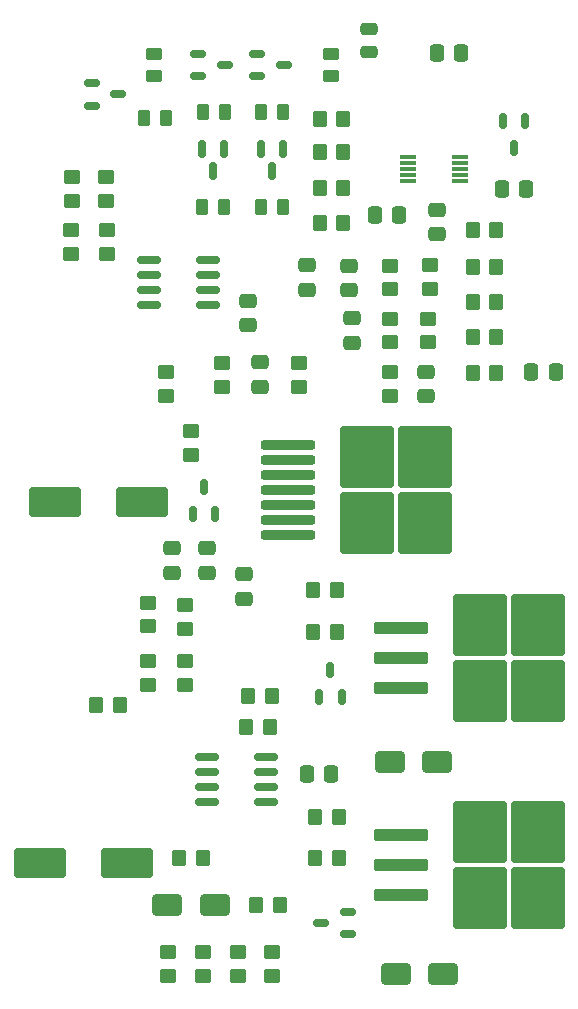
<source format=gbr>
%TF.GenerationSoftware,KiCad,Pcbnew,7.0.5*%
%TF.CreationDate,2023-11-28T19:27:54-08:00*%
%TF.ProjectId,LT3081LEDDummyDriver,4c543330-3831-44c4-9544-44756d6d7944,rev?*%
%TF.SameCoordinates,Original*%
%TF.FileFunction,Paste,Top*%
%TF.FilePolarity,Positive*%
%FSLAX46Y46*%
G04 Gerber Fmt 4.6, Leading zero omitted, Abs format (unit mm)*
G04 Created by KiCad (PCBNEW 7.0.5) date 2023-11-28 19:27:54*
%MOMM*%
%LPD*%
G01*
G04 APERTURE LIST*
G04 Aperture macros list*
%AMRoundRect*
0 Rectangle with rounded corners*
0 $1 Rounding radius*
0 $2 $3 $4 $5 $6 $7 $8 $9 X,Y pos of 4 corners*
0 Add a 4 corners polygon primitive as box body*
4,1,4,$2,$3,$4,$5,$6,$7,$8,$9,$2,$3,0*
0 Add four circle primitives for the rounded corners*
1,1,$1+$1,$2,$3*
1,1,$1+$1,$4,$5*
1,1,$1+$1,$6,$7*
1,1,$1+$1,$8,$9*
0 Add four rect primitives between the rounded corners*
20,1,$1+$1,$2,$3,$4,$5,0*
20,1,$1+$1,$4,$5,$6,$7,0*
20,1,$1+$1,$6,$7,$8,$9,0*
20,1,$1+$1,$8,$9,$2,$3,0*%
G04 Aperture macros list end*
%ADD10RoundRect,0.250000X1.950000X1.000000X-1.950000X1.000000X-1.950000X-1.000000X1.950000X-1.000000X0*%
%ADD11RoundRect,0.250000X0.450000X-0.350000X0.450000X0.350000X-0.450000X0.350000X-0.450000X-0.350000X0*%
%ADD12RoundRect,0.250000X-0.350000X-0.450000X0.350000X-0.450000X0.350000X0.450000X-0.350000X0.450000X0*%
%ADD13RoundRect,0.150000X-0.512500X-0.150000X0.512500X-0.150000X0.512500X0.150000X-0.512500X0.150000X0*%
%ADD14RoundRect,0.250000X0.337500X0.475000X-0.337500X0.475000X-0.337500X-0.475000X0.337500X-0.475000X0*%
%ADD15RoundRect,0.150000X-0.825000X-0.150000X0.825000X-0.150000X0.825000X0.150000X-0.825000X0.150000X0*%
%ADD16RoundRect,0.250000X0.350000X0.450000X-0.350000X0.450000X-0.350000X-0.450000X0.350000X-0.450000X0*%
%ADD17RoundRect,0.250000X-2.050000X-0.300000X2.050000X-0.300000X2.050000X0.300000X-2.050000X0.300000X0*%
%ADD18RoundRect,0.250000X-2.025000X-2.375000X2.025000X-2.375000X2.025000X2.375000X-2.025000X2.375000X0*%
%ADD19RoundRect,0.150000X-0.150000X0.512500X-0.150000X-0.512500X0.150000X-0.512500X0.150000X0.512500X0*%
%ADD20RoundRect,0.250000X-0.450000X0.350000X-0.450000X-0.350000X0.450000X-0.350000X0.450000X0.350000X0*%
%ADD21RoundRect,0.250000X-0.475000X0.337500X-0.475000X-0.337500X0.475000X-0.337500X0.475000X0.337500X0*%
%ADD22RoundRect,0.250000X0.262500X0.450000X-0.262500X0.450000X-0.262500X-0.450000X0.262500X-0.450000X0*%
%ADD23RoundRect,0.250000X0.475000X-0.337500X0.475000X0.337500X-0.475000X0.337500X-0.475000X-0.337500X0*%
%ADD24RoundRect,0.250000X1.000000X0.650000X-1.000000X0.650000X-1.000000X-0.650000X1.000000X-0.650000X0*%
%ADD25RoundRect,0.250000X-0.262500X-0.450000X0.262500X-0.450000X0.262500X0.450000X-0.262500X0.450000X0*%
%ADD26RoundRect,0.250000X-0.337500X-0.475000X0.337500X-0.475000X0.337500X0.475000X-0.337500X0.475000X0*%
%ADD27RoundRect,0.150000X-0.150000X0.587500X-0.150000X-0.587500X0.150000X-0.587500X0.150000X0.587500X0*%
%ADD28RoundRect,0.150000X0.150000X-0.512500X0.150000X0.512500X-0.150000X0.512500X-0.150000X-0.512500X0*%
%ADD29RoundRect,0.150000X0.512500X0.150000X-0.512500X0.150000X-0.512500X-0.150000X0.512500X-0.150000X0*%
%ADD30RoundRect,0.250000X-0.450000X0.262500X-0.450000X-0.262500X0.450000X-0.262500X0.450000X0.262500X0*%
%ADD31RoundRect,0.200000X-2.100000X-0.200000X2.100000X-0.200000X2.100000X0.200000X-2.100000X0.200000X0*%
%ADD32R,1.400000X0.300000*%
%ADD33RoundRect,0.250000X0.475000X-0.250000X0.475000X0.250000X-0.475000X0.250000X-0.475000X-0.250000X0*%
G04 APERTURE END LIST*
D10*
%TO.C,C15*%
X116100000Y-111450000D03*
X108700000Y-111450000D03*
%TD*%
D11*
%TO.C,R6*%
X117862500Y-96350000D03*
X117862500Y-94350000D03*
%TD*%
D12*
%TO.C,R44*%
X132000000Y-107500000D03*
X134000000Y-107500000D03*
%TD*%
D13*
%TO.C,D2*%
X127087500Y-42900000D03*
X127087500Y-44800000D03*
X129362500Y-43850000D03*
%TD*%
D14*
%TO.C,C18*%
X144400000Y-42850000D03*
X142325000Y-42850000D03*
%TD*%
D15*
%TO.C,U4*%
X122887500Y-102445000D03*
X122887500Y-103715000D03*
X122887500Y-104985000D03*
X122887500Y-106255000D03*
X127837500Y-106255000D03*
X127837500Y-104985000D03*
X127837500Y-103715000D03*
X127837500Y-102445000D03*
%TD*%
D16*
%TO.C,R42*%
X128362500Y-97250000D03*
X126362500Y-97250000D03*
%TD*%
D11*
%TO.C,R3*%
X124112500Y-71100000D03*
X124112500Y-69100000D03*
%TD*%
D17*
%TO.C,Q3*%
X139287500Y-91535000D03*
X139287500Y-94075000D03*
D18*
X146012500Y-91300000D03*
X146012500Y-96850000D03*
X150862500Y-91300000D03*
X150862500Y-96850000D03*
D17*
X139287500Y-96615000D03*
%TD*%
D19*
%TO.C,D5*%
X149812500Y-48575000D03*
X147912500Y-48575000D03*
X148862500Y-50850000D03*
%TD*%
D12*
%TO.C,R38*%
X131862500Y-91850000D03*
X133862500Y-91850000D03*
%TD*%
D20*
%TO.C,R25*%
X128400000Y-119000000D03*
X128400000Y-121000000D03*
%TD*%
%TO.C,R24*%
X111362500Y-57850000D03*
X111362500Y-59850000D03*
%TD*%
D21*
%TO.C,C9*%
X134862500Y-60850000D03*
X134862500Y-62925000D03*
%TD*%
D12*
%TO.C,R19*%
X132402500Y-54307500D03*
X134402500Y-54307500D03*
%TD*%
%TO.C,R20*%
X132402500Y-57257500D03*
X134402500Y-57257500D03*
%TD*%
D16*
%TO.C,R41*%
X115500000Y-98050000D03*
X113500000Y-98050000D03*
%TD*%
D13*
%TO.C,D1*%
X122087500Y-42900000D03*
X122087500Y-44800000D03*
X124362500Y-43850000D03*
%TD*%
D16*
%TO.C,R18*%
X134402500Y-51187500D03*
X132402500Y-51187500D03*
%TD*%
D22*
%TO.C,R27*%
X129275000Y-55850000D03*
X127450000Y-55850000D03*
%TD*%
D23*
%TO.C,C3*%
X122862500Y-86850000D03*
X122862500Y-84775000D03*
%TD*%
D24*
%TO.C,D11*%
X142862500Y-120850000D03*
X138862500Y-120850000D03*
%TD*%
D15*
%TO.C,U2*%
X117952500Y-60350000D03*
X117952500Y-61620000D03*
X117952500Y-62890000D03*
X117952500Y-64160000D03*
X122902500Y-64160000D03*
X122902500Y-62890000D03*
X122902500Y-61620000D03*
X122902500Y-60350000D03*
%TD*%
D11*
%TO.C,R12*%
X141722500Y-62830000D03*
X141722500Y-60830000D03*
%TD*%
D20*
%TO.C,R4*%
X121000000Y-94350000D03*
X121000000Y-96350000D03*
%TD*%
%TO.C,R36*%
X122500000Y-119000000D03*
X122500000Y-121000000D03*
%TD*%
D25*
%TO.C,R26*%
X122450000Y-55850000D03*
X124275000Y-55850000D03*
%TD*%
D24*
%TO.C,D10*%
X142362500Y-102850000D03*
X138362500Y-102850000D03*
%TD*%
D12*
%TO.C,R17*%
X132402500Y-48407500D03*
X134402500Y-48407500D03*
%TD*%
%TO.C,R34*%
X145362500Y-60950000D03*
X147362500Y-60950000D03*
%TD*%
%TO.C,R32*%
X145362500Y-66850000D03*
X147362500Y-66850000D03*
%TD*%
D17*
%TO.C,Q4*%
X139287500Y-109035000D03*
X139287500Y-111575000D03*
D18*
X146012500Y-108800000D03*
X146012500Y-114350000D03*
X150862500Y-108800000D03*
X150862500Y-114350000D03*
D17*
X139287500Y-114115000D03*
%TD*%
D23*
%TO.C,C5*%
X127362500Y-71100000D03*
X127362500Y-69025000D03*
%TD*%
D11*
%TO.C,R8*%
X121000000Y-91600000D03*
X121000000Y-89600000D03*
%TD*%
D20*
%TO.C,R22*%
X114362500Y-57850000D03*
X114362500Y-59850000D03*
%TD*%
D26*
%TO.C,C1*%
X147825000Y-54350000D03*
X149900000Y-54350000D03*
%TD*%
D20*
%TO.C,R14*%
X138362500Y-60850000D03*
X138362500Y-62850000D03*
%TD*%
%TO.C,R13*%
X141612500Y-65350000D03*
X141612500Y-67350000D03*
%TD*%
D27*
%TO.C,Q2*%
X129312500Y-50975000D03*
X127412500Y-50975000D03*
X128362500Y-52850000D03*
%TD*%
D21*
%TO.C,C8*%
X142362500Y-56100000D03*
X142362500Y-58175000D03*
%TD*%
D20*
%TO.C,R15*%
X138362500Y-65350000D03*
X138362500Y-67350000D03*
%TD*%
D12*
%TO.C,R40*%
X120500000Y-111000000D03*
X122500000Y-111000000D03*
%TD*%
D28*
%TO.C,D8*%
X132362500Y-97350000D03*
X134262500Y-97350000D03*
X133312500Y-95075000D03*
%TD*%
D10*
%TO.C,C4*%
X117362500Y-80850000D03*
X109962500Y-80850000D03*
%TD*%
D21*
%TO.C,C6*%
X135112500Y-65312500D03*
X135112500Y-67387500D03*
%TD*%
D20*
%TO.C,R2*%
X130612500Y-69100000D03*
X130612500Y-71100000D03*
%TD*%
D11*
%TO.C,R5*%
X138362500Y-71850000D03*
X138362500Y-69850000D03*
%TD*%
D20*
%TO.C,R23*%
X111412500Y-53350000D03*
X111412500Y-55350000D03*
%TD*%
D27*
%TO.C,Q1*%
X124312500Y-50975000D03*
X122412500Y-50975000D03*
X123362500Y-52850000D03*
%TD*%
D12*
%TO.C,R45*%
X131862500Y-88350000D03*
X133862500Y-88350000D03*
%TD*%
%TO.C,R33*%
X145362500Y-63900000D03*
X147362500Y-63900000D03*
%TD*%
D25*
%TO.C,R28*%
X122537500Y-47850000D03*
X124362500Y-47850000D03*
%TD*%
D12*
%TO.C,R46*%
X127000000Y-115000000D03*
X129000000Y-115000000D03*
%TD*%
D23*
%TO.C,C14*%
X126000000Y-89037500D03*
X126000000Y-86962500D03*
%TD*%
D16*
%TO.C,R43*%
X128200000Y-99900000D03*
X126200000Y-99900000D03*
%TD*%
D13*
%TO.C,D3*%
X113087500Y-45400000D03*
X113087500Y-47300000D03*
X115362500Y-46350000D03*
%TD*%
D26*
%TO.C,C10*%
X131325000Y-103850000D03*
X133400000Y-103850000D03*
%TD*%
D29*
%TO.C,D9*%
X134775000Y-117450000D03*
X134775000Y-115550000D03*
X132500000Y-116500000D03*
%TD*%
D20*
%TO.C,R7*%
X121500000Y-74850000D03*
X121500000Y-76850000D03*
%TD*%
D14*
%TO.C,C7*%
X139150000Y-56600000D03*
X137075000Y-56600000D03*
%TD*%
D24*
%TO.C,D7*%
X123500000Y-115000000D03*
X119500000Y-115000000D03*
%TD*%
D30*
%TO.C,R31*%
X133362500Y-42937500D03*
X133362500Y-44762500D03*
%TD*%
D22*
%TO.C,R30*%
X119362500Y-48350000D03*
X117537500Y-48350000D03*
%TD*%
D23*
%TO.C,C13*%
X141362500Y-71887500D03*
X141362500Y-69812500D03*
%TD*%
D28*
%TO.C,D4*%
X121662500Y-81875000D03*
X123562500Y-81875000D03*
X122612500Y-79600000D03*
%TD*%
D31*
%TO.C,U1*%
X129712500Y-76040000D03*
X129712500Y-77310000D03*
X129712500Y-78580000D03*
X129712500Y-79850000D03*
X129712500Y-81120000D03*
X129712500Y-82390000D03*
X129712500Y-83660000D03*
D18*
X136437500Y-77075000D03*
X136437500Y-82625000D03*
X141287500Y-77075000D03*
X141287500Y-82625000D03*
%TD*%
D20*
%TO.C,R1*%
X119362500Y-69850000D03*
X119362500Y-71850000D03*
%TD*%
D32*
%TO.C,U3*%
X144302500Y-53687500D03*
X144302500Y-53187500D03*
X144302500Y-52687500D03*
X144302500Y-52187500D03*
X144302500Y-51687500D03*
X139902500Y-51687500D03*
X139902500Y-52187500D03*
X139902500Y-52687500D03*
X139902500Y-53187500D03*
X139902500Y-53687500D03*
%TD*%
D20*
%TO.C,R21*%
X114312500Y-53350000D03*
X114312500Y-55350000D03*
%TD*%
D33*
%TO.C,C17*%
X136612500Y-42750000D03*
X136612500Y-40850000D03*
%TD*%
D21*
%TO.C,C11*%
X131362500Y-60812500D03*
X131362500Y-62887500D03*
%TD*%
D30*
%TO.C,R16*%
X118362500Y-42937500D03*
X118362500Y-44762500D03*
%TD*%
D12*
%TO.C,R10*%
X145362500Y-69950000D03*
X147362500Y-69950000D03*
%TD*%
D20*
%TO.C,R37*%
X119550000Y-119000000D03*
X119550000Y-121000000D03*
%TD*%
D25*
%TO.C,R29*%
X127450000Y-47850000D03*
X129275000Y-47850000D03*
%TD*%
D20*
%TO.C,R35*%
X125450000Y-119000000D03*
X125450000Y-121000000D03*
%TD*%
D16*
%TO.C,R11*%
X147362500Y-57850000D03*
X145362500Y-57850000D03*
%TD*%
D23*
%TO.C,C2*%
X119862500Y-86850000D03*
X119862500Y-84775000D03*
%TD*%
D26*
%TO.C,C16*%
X150325000Y-69850000D03*
X152400000Y-69850000D03*
%TD*%
D20*
%TO.C,R9*%
X117900000Y-89400000D03*
X117900000Y-91400000D03*
%TD*%
D12*
%TO.C,R39*%
X132000000Y-111000000D03*
X134000000Y-111000000D03*
%TD*%
D23*
%TO.C,C12*%
X126362500Y-65887500D03*
X126362500Y-63812500D03*
%TD*%
M02*

</source>
